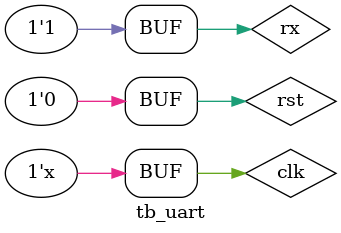
<source format=v>
`timescale 1ns / 1ps


module tb_uart(

    );

    reg clk;
    reg rst;
    reg rx;
    wire tx;
    wire [3:0] fndCom;
    wire [7:0] fndFont;

    always #5 clk = ~clk;

    initial begin
        clk = 0;
        rst = 1;
        rx = 1;
        #10
        rst = 0;
        #104170
        #104170
        rx = 0;
        #104170
        rx = 1;
        #104170
        rx = 1;
        #104170
        rx = 0;
        #104170
        rx = 0;
        #104170
        rx = 1;
        #104170
        rx = 0;
        #104170
        rx = 1;
        #104170
        rx = 0;
        #104170;
        rx = 1;
        
    end



top_counter_up_down DUT(
    .clk(clk),
    .rst(rst),
    .rx(rx),
    .tx(tx),
    .fndCom(fndCom),
    .fndFont(fndFont)
);

endmodule

</source>
